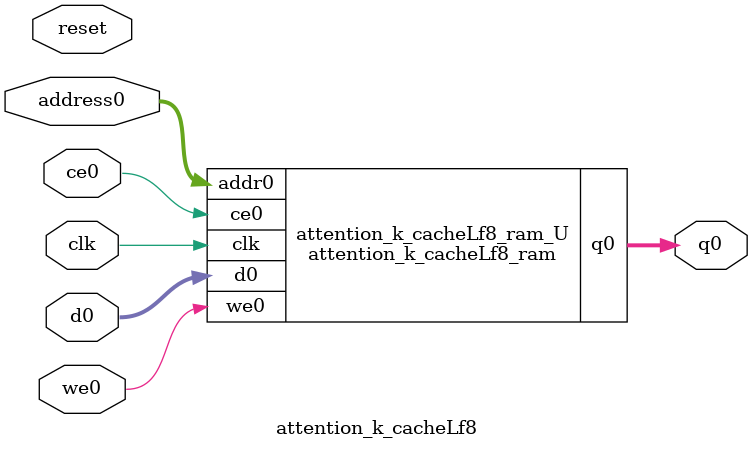
<source format=v>
`timescale 1 ns / 1 ps
module attention_k_cacheLf8_ram (addr0, ce0, d0, we0, q0,  clk);

parameter DWIDTH = 40;
parameter AWIDTH = 4;
parameter MEM_SIZE = 12;

input[AWIDTH-1:0] addr0;
input ce0;
input[DWIDTH-1:0] d0;
input we0;
output reg[DWIDTH-1:0] q0;
input clk;

(* ram_style = "distributed" *)reg [DWIDTH-1:0] ram[0:MEM_SIZE-1];




always @(posedge clk)  
begin 
    if (ce0) begin
        if (we0) 
            ram[addr0] <= d0; 
        q0 <= ram[addr0];
    end
end


endmodule

`timescale 1 ns / 1 ps
module attention_k_cacheLf8(
    reset,
    clk,
    address0,
    ce0,
    we0,
    d0,
    q0);

parameter DataWidth = 32'd40;
parameter AddressRange = 32'd12;
parameter AddressWidth = 32'd4;
input reset;
input clk;
input[AddressWidth - 1:0] address0;
input ce0;
input we0;
input[DataWidth - 1:0] d0;
output[DataWidth - 1:0] q0;



attention_k_cacheLf8_ram attention_k_cacheLf8_ram_U(
    .clk( clk ),
    .addr0( address0 ),
    .ce0( ce0 ),
    .we0( we0 ),
    .d0( d0 ),
    .q0( q0 ));

endmodule


</source>
